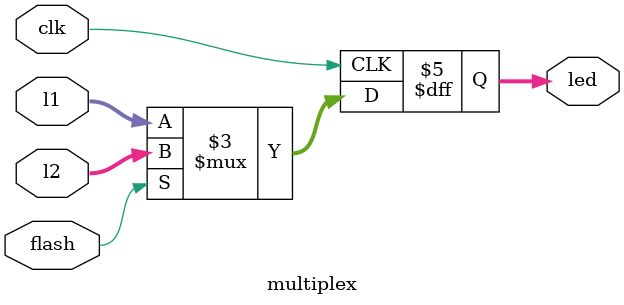
<source format=v>
`timescale 1ns / 1ps


module multiplex(input [15:0] l1, l2, input flash, clk, output reg [15:0] led);
always@(posedge clk) begin
if(flash)
led <= l2;
else
led <= l1;
end
endmodule

</source>
